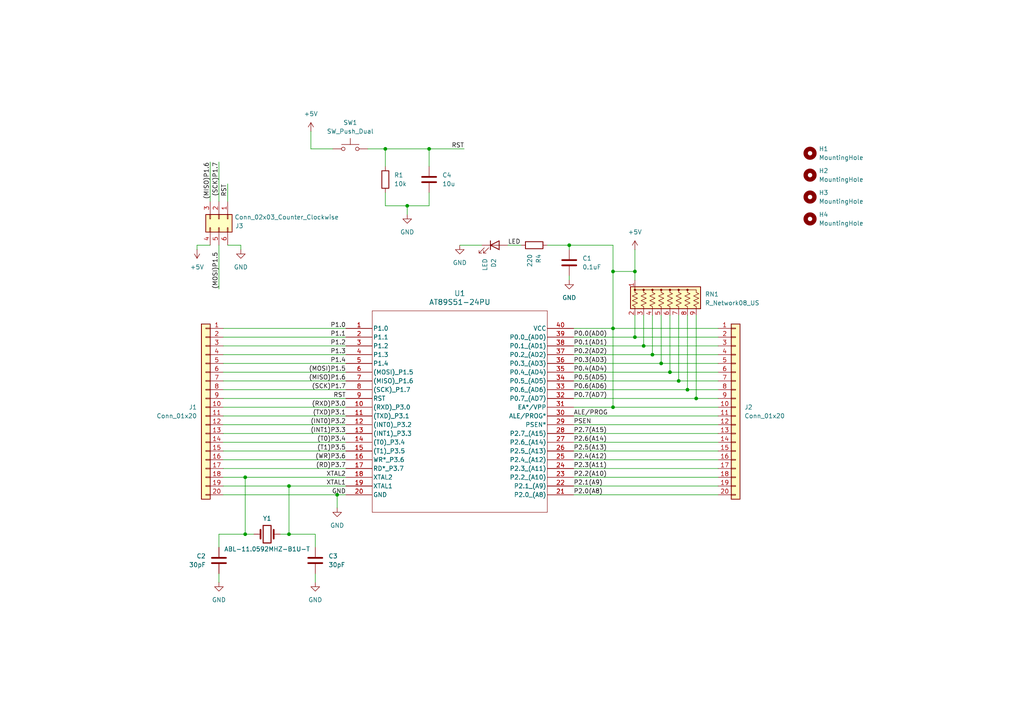
<source format=kicad_sch>
(kicad_sch (version 20250114) (generator "eeschema") (generator_version "9.0")
  (paper "A4")
  (title_block (title "AT89S51 Breakout Board"))
  (lib_symbols
    (symbol "AT89S51_24PU:AT89S51-24PU" (pin_names (offset 0.254))
      (property "Reference" "U" (at 33.02 10.16 0))
      (property "Value" "AT89S51-24PU" (at 33.02 7.62 0))
      (symbol "AT89S51-24PU_0_1"
        (polyline (pts (xy 7.62 5.08) (xy 7.62 -53.34)) (stroke (width 0.127)))
        (polyline (pts (xy 7.62 -53.34) (xy 58.42 -53.34)) (stroke (width 0.127)))
        (polyline (pts (xy 58.42 5.08) (xy 7.62 5.08)) (stroke (width 0.127)))
        (polyline (pts (xy 58.42 -53.34) (xy 58.42 5.08)) (stroke (width 0.127)))
        (pin bidirectional line (at 0 0 0) (length 7.62) (name "P1.0") (number "1"))
        (pin bidirectional line (at 0 -2.54 0) (length 7.62) (name "P1.1") (number "2"))
        (pin bidirectional line (at 0 -5.08 0) (length 7.62) (name "P1.2") (number "3"))
        (pin bidirectional line (at 0 -7.62 0) (length 7.62) (name "P1.3") (number "4"))
        (pin bidirectional line (at 0 -10.16 0) (length 7.62) (name "P1.4") (number "5"))
        (pin bidirectional line (at 0 -12.7 0) (length 7.62) (name "(MOSI)_P1.5") (number "6"))
        (pin bidirectional line (at 0 -15.24 0) (length 7.62) (name "(MISO)_P1.6") (number "7"))
        (pin bidirectional line (at 0 -17.78 0) (length 7.62) (name "(SCK)_P1.7") (number "8"))
        (pin input line (at 0 -20.32 0) (length 7.62) (name "RST") (number "9"))
        (pin bidirectional line (at 0 -22.86 0) (length 7.62) (name "(RXD)_P3.0") (number "10"))
        (pin bidirectional line (at 0 -25.4 0) (length 7.62) (name "(TXD)_P3.1") (number "11"))
        (pin bidirectional line (at 0 -27.94 0) (length 7.62) (name "(INT0)_P3.2") (number "12"))
        (pin bidirectional line (at 0 -30.48 0) (length 7.62) (name "(INT1)_P3.3") (number "13"))
        (pin bidirectional line (at 0 -33.02 0) (length 7.62) (name "(T0)_P3.4") (number "14"))
        (pin bidirectional line (at 0 -35.56 0) (length 7.62) (name "(T1)_P3.5") (number "15"))
        (pin bidirectional line (at 0 -38.1 0) (length 7.62) (name "WR*_P3.6") (number "16"))
        (pin bidirectional line (at 0 -40.64 0) (length 7.62) (name "RD*_P3.7") (number "17"))
        (pin output line (at 0 -43.18 0) (length 7.62) (name "XTAL2") (number "18"))
        (pin input line (at 0 -45.72 0) (length 7.62) (name "XTAL1") (number "19"))
        (pin power_in line (at 0 -48.26 0) (length 7.62) (name "GND") (number "20"))
        (pin power_in line (at 66.04 0 180) (length 7.62) (name "VCC") (number "40"))
        (pin bidirectional line (at 66.04 -2.54 180) (length 7.62) (name "P0.0_(AD0)") (number "39"))
        (pin bidirectional line (at 66.04 -5.08 180) (length 7.62) (name "P0.1_(AD1)") (number "38"))
        (pin bidirectional line (at 66.04 -7.62 180) (length 7.62) (name "P0.2_(AD2)") (number "37"))
        (pin bidirectional line (at 66.04 -10.16 180) (length 7.62) (name "P0.3_(AD3)") (number "36"))
        (pin bidirectional line (at 66.04 -12.7 180) (length 7.62) (name "P0.4_(AD4)") (number "35"))
        (pin bidirectional line (at 66.04 -15.24 180) (length 7.62) (name "P0.5_(AD5)") (number "34"))
        (pin bidirectional line (at 66.04 -17.78 180) (length 7.62) (name "P0.6_(AD6)") (number "33"))
        (pin bidirectional line (at 66.04 -20.32 180) (length 7.62) (name "P0.7_(AD7)") (number "32"))
        (pin power_in line (at 66.04 -22.86 180) (length 7.62) (name "EA*/VPP") (number "31"))
        (pin output line (at 66.04 -25.4 180) (length 7.62) (name "ALE/PROG*") (number "30"))
        (pin output line (at 66.04 -27.94 180) (length 7.62) (name "PSEN*") (number "29"))
        (pin bidirectional line (at 66.04 -30.48 180) (length 7.62) (name "P2.7_(A15)") (number "28"))
        (pin bidirectional line (at 66.04 -33.02 180) (length 7.62) (name "P2.6_(A14)") (number "27"))
        (pin bidirectional line (at 66.04 -35.56 180) (length 7.62) (name "P2.5_(A13)") (number "26"))
        (pin bidirectional line (at 66.04 -38.1 180) (length 7.62) (name "P2.4_(A12)") (number "25"))
        (pin bidirectional line (at 66.04 -40.64 180) (length 7.62) (name "P2.3_(A11)") (number "24"))
        (pin bidirectional line (at 66.04 -43.18 180) (length 7.62) (name "P2.2_(A10)") (number "23"))
        (pin bidirectional line (at 66.04 -45.72 180) (length 7.62) (name "P2.1_(A9)") (number "22"))
        (pin bidirectional line (at 66.04 -48.26 180) (length 7.62) (name "P2.0_(A8)") (number "21"))
      )
    )
    (symbol "Connector_Generic:Conn_01x20" (pin_names (offset 1.016) (hide yes))
      (property "Reference" "J" (at 0 25.4 0))
      (property "Value" "Conn_01x20" (at 0 -27.94 0))
      (symbol "Conn_01x20_1_1"
        (rectangle (start -1.27 24.13) (end 1.27 -26.67) (stroke (width 0.254)) (fill (type background)))
        (rectangle (start -1.27 22.987) (end 0 22.733) (stroke (width 0.1524)))
        (rectangle (start -1.27 20.447) (end 0 20.193) (stroke (width 0.1524)))
        (rectangle (start -1.27 17.907) (end 0 17.653) (stroke (width 0.1524)))
        (rectangle (start -1.27 15.367) (end 0 15.113) (stroke (width 0.1524)))
        (rectangle (start -1.27 12.827) (end 0 12.573) (stroke (width 0.1524)))
        (rectangle (start -1.27 10.287) (end 0 10.033) (stroke (width 0.1524)))
        (rectangle (start -1.27 7.747) (end 0 7.493) (stroke (width 0.1524)))
        (rectangle (start -1.27 5.207) (end 0 4.953) (stroke (width 0.1524)))
        (rectangle (start -1.27 2.667) (end 0 2.413) (stroke (width 0.1524)))
        (rectangle (start -1.27 0.127) (end 0 -0.127) (stroke (width 0.1524)))
        (rectangle (start -1.27 -2.413) (end 0 -2.667) (stroke (width 0.1524)))
        (rectangle (start -1.27 -4.953) (end 0 -5.207) (stroke (width 0.1524)))
        (rectangle (start -1.27 -7.493) (end 0 -7.747) (stroke (width 0.1524)))
        (rectangle (start -1.27 -10.033) (end 0 -10.287) (stroke (width 0.1524)))
        (rectangle (start -1.27 -12.573) (end 0 -12.827) (stroke (width 0.1524)))
        (rectangle (start -1.27 -15.113) (end 0 -15.367) (stroke (width 0.1524)))
        (rectangle (start -1.27 -17.653) (end 0 -17.907) (stroke (width 0.1524)))
        (rectangle (start -1.27 -20.193) (end 0 -20.447) (stroke (width 0.1524)))
        (rectangle (start -1.27 -22.733) (end 0 -22.987) (stroke (width 0.1524)))
        (rectangle (start -1.27 -25.273) (end 0 -25.527) (stroke (width 0.1524)))
        (pin passive line (at -5.08 22.86 0) (length 3.81) (name "Pin_1") (number "1"))
        (pin passive line (at -5.08 20.32 0) (length 3.81) (name "Pin_2") (number "2"))
        (pin passive line (at -5.08 17.78 0) (length 3.81) (name "Pin_3") (number "3"))
        (pin passive line (at -5.08 15.24 0) (length 3.81) (name "Pin_4") (number "4"))
        (pin passive line (at -5.08 12.7 0) (length 3.81) (name "Pin_5") (number "5"))
        (pin passive line (at -5.08 10.16 0) (length 3.81) (name "Pin_6") (number "6"))
        (pin passive line (at -5.08 7.62 0) (length 3.81) (name "Pin_7") (number "7"))
        (pin passive line (at -5.08 5.08 0) (length 3.81) (name "Pin_8") (number "8"))
        (pin passive line (at -5.08 2.54 0) (length 3.81) (name "Pin_9") (number "9"))
        (pin passive line (at -5.08 0 0) (length 3.81) (name "Pin_10") (number "10"))
        (pin passive line (at -5.08 -2.54 0) (length 3.81) (name "Pin_11") (number "11"))
        (pin passive line (at -5.08 -5.08 0) (length 3.81) (name "Pin_12") (number "12"))
        (pin passive line (at -5.08 -7.62 0) (length 3.81) (name "Pin_13") (number "13"))
        (pin passive line (at -5.08 -10.16 0) (length 3.81) (name "Pin_14") (number "14"))
        (pin passive line (at -5.08 -12.7 0) (length 3.81) (name "Pin_15") (number "15"))
        (pin passive line (at -5.08 -15.24 0) (length 3.81) (name "Pin_16") (number "16"))
        (pin passive line (at -5.08 -17.78 0) (length 3.81) (name "Pin_17") (number "17"))
        (pin passive line (at -5.08 -20.32 0) (length 3.81) (name "Pin_18") (number "18"))
        (pin passive line (at -5.08 -22.86 0) (length 3.81) (name "Pin_19") (number "19"))
        (pin passive line (at -5.08 -25.4 0) (length 3.81) (name "Pin_20") (number "20"))
      )
    )
    (symbol "Connector_Generic:Conn_02x03_Counter_Clockwise" (pin_names (offset 1.016) (hide yes))
      (property "Reference" "J" (at 1.27 5.08 0))
      (property "Value" "Conn_02x03_Counter_Clockwise" (at 1.27 -5.08 0))
      (symbol "Conn_02x03_Counter_Clockwise_1_1"
        (rectangle (start -1.27 3.81) (end 3.81 -3.81) (stroke (width 0.254)) (fill (type background)))
        (rectangle (start -1.27 2.667) (end 0 2.413) (stroke (width 0.1524)))
        (rectangle (start -1.27 0.127) (end 0 -0.127) (stroke (width 0.1524)))
        (rectangle (start -1.27 -2.413) (end 0 -2.667) (stroke (width 0.1524)))
        (rectangle (start 3.81 2.667) (end 2.54 2.413) (stroke (width 0.1524)))
        (rectangle (start 3.81 0.127) (end 2.54 -0.127) (stroke (width 0.1524)))
        (rectangle (start 3.81 -2.413) (end 2.54 -2.667) (stroke (width 0.1524)))
        (pin passive line (at -5.08 2.54 0) (length 3.81) (name "Pin_1") (number "1"))
        (pin passive line (at -5.08 0 0) (length 3.81) (name "Pin_2") (number "2"))
        (pin passive line (at -5.08 -2.54 0) (length 3.81) (name "Pin_3") (number "3"))
        (pin passive line (at 7.62 2.54 180) (length 3.81) (name "Pin_6") (number "6"))
        (pin passive line (at 7.62 0 180) (length 3.81) (name "Pin_5") (number "5"))
        (pin passive line (at 7.62 -2.54 180) (length 3.81) (name "Pin_4") (number "4"))
      )
    )
    (symbol "Device:C" (pin_numbers (hide yes)) (pin_names (offset 0.254))
      (property "Reference" "C" (at 0.635 2.54 0))
      (property "Value" "C" (at 0.635 -2.54 0))
      (symbol "C_0_1"
        (polyline (pts (xy -2.032 0.762) (xy 2.032 0.762)) (stroke (width 0.508)))
        (polyline (pts (xy -2.032 -0.762) (xy 2.032 -0.762)) (stroke (width 0.508)))
      )
      (symbol "C_1_1"
        (pin passive line (at 0 3.81 270) (length 2.794) (name "~") (number "1"))
        (pin passive line (at 0 -3.81 90) (length 2.794) (name "~") (number "2"))
      )
    )
    (symbol "Device:Crystal" (pin_numbers (hide yes)) (pin_names (offset 1.016) (hide yes))
      (property "Reference" "Y" (at 0 3.81 0))
      (property "Value" "Crystal" (at 0 -3.81 0))
      (symbol "Crystal_0_1"
        (polyline (pts (xy -2.54 0) (xy -1.905 0)))
        (polyline (pts (xy -1.905 -1.27) (xy -1.905 1.27)) (stroke (width 0.508)))
        (rectangle (start -1.143 2.54) (end 1.143 -2.54) (stroke (width 0.3048)))
        (polyline (pts (xy 1.905 -1.27) (xy 1.905 1.27)) (stroke (width 0.508)))
        (polyline (pts (xy 2.54 0) (xy 1.905 0)))
      )
      (symbol "Crystal_1_1"
        (pin passive line (at -3.81 0 0) (length 1.27) (name "1") (number "1"))
        (pin passive line (at 3.81 0 180) (length 1.27) (name "2") (number "2"))
      )
    )
    (symbol "Device:LED" (pin_numbers (hide yes)) (pin_names (offset 1.016) (hide yes))
      (property "Reference" "D" (at 0 2.54 0))
      (property "Value" "LED" (at 0 -2.54 0))
      (symbol "LED_0_1"
        (polyline (pts (xy -3.048 -0.762) (xy -4.572 -2.286) (xy -3.81 -2.286) (xy -4.572 -2.286) (xy -4.572 -1.524)))
        (polyline (pts (xy -1.778 -0.762) (xy -3.302 -2.286) (xy -2.54 -2.286) (xy -3.302 -2.286) (xy -3.302 -1.524)))
        (polyline (pts (xy -1.27 0) (xy 1.27 0)))
        (polyline (pts (xy -1.27 -1.27) (xy -1.27 1.27)) (stroke (width 0.254)))
        (polyline (pts (xy 1.27 -1.27) (xy 1.27 1.27) (xy -1.27 0) (xy 1.27 -1.27)) (stroke (width 0.254)))
      )
      (symbol "LED_1_1"
        (pin passive line (at -3.81 0 0) (length 2.54) (name "K") (number "1"))
        (pin passive line (at 3.81 0 180) (length 2.54) (name "A") (number "2"))
      )
    )
    (symbol "Device:R" (pin_numbers (hide yes)) (pin_names (offset 0))
      (property "Reference" "R" (at 2.032 0 90))
      (property "Value" "R" (at 0 0 90))
      (symbol "R_0_1"
        (rectangle (start -1.016 -2.54) (end 1.016 2.54) (stroke (width 0.254)))
      )
      (symbol "R_1_1"
        (pin passive line (at 0 3.81 270) (length 1.27) (name "~") (number "1"))
        (pin passive line (at 0 -3.81 90) (length 1.27) (name "~") (number "2"))
      )
    )
    (symbol "Device:R_Network08_US" (pin_names (offset 0) (hide yes))
      (property "Reference" "RN" (at -12.7 0 90))
      (property "Value" "R_Network08_US" (at 10.16 0 90))
      (symbol "R_Network08_US_0_1"
        (rectangle (start -11.43 -3.175) (end 8.89 3.175) (stroke (width 0.254)) (fill (type background)))
        (circle (center -10.16 2.286) (radius 0.254) (fill (type outline)))
        (polyline (pts (xy -10.16 2.286) (xy 7.62 2.286)))
        (polyline (pts (xy -10.16 2.286) (xy -10.16 1.524) (xy -9.398 1.1684) (xy -10.922 0.508) (xy -9.398 -0.1524) (xy -10.922 -0.8382) (xy -9.398 -1.524) (xy -10.922 -2.1844) (xy -10.16 -2.54) (xy -10.16 -3.81)))
        (circle (center -7.62 2.286) (radius 0.254) (fill (type outline)))
        (polyline (pts (xy -7.62 2.286) (xy -7.62 1.524) (xy -6.858 1.1684) (xy -8.382 0.508) (xy -6.858 -0.1524) (xy -8.382 -0.8382) (xy -6.858 -1.524) (xy -8.382 -2.1844) (xy -7.62 -2.54) (xy -7.62 -3.81)))
        (circle (center -5.08 2.286) (radius 0.254) (fill (type outline)))
        (polyline (pts (xy -5.08 2.286) (xy -5.08 1.524) (xy -4.318 1.1684) (xy -5.842 0.508) (xy -4.318 -0.1524) (xy -5.842 -0.8382) (xy -4.318 -1.524) (xy -5.842 -2.1844) (xy -5.08 -2.54) (xy -5.08 -3.81)))
        (circle (center -2.54 2.286) (radius 0.254) (fill (type outline)))
        (polyline (pts (xy -2.54 2.286) (xy -2.54 1.524) (xy -1.778 1.1684) (xy -3.302 0.508) (xy -1.778 -0.1524) (xy -3.302 -0.8382) (xy -1.778 -1.524) (xy -3.302 -2.1844) (xy -2.54 -2.54) (xy -2.54 -3.81)))
        (circle (center 0 2.286) (radius 0.254) (fill (type outline)))
        (polyline (pts (xy 0 2.286) (xy 0 1.524) (xy 0.762 1.1684) (xy -0.762 0.508) (xy 0.762 -0.1524) (xy -0.762 -0.8382) (xy 0.762 -1.524) (xy -0.762 -2.1844) (xy 0 -2.54) (xy 0 -3.81)))
        (polyline (pts (xy 2.54 2.286) (xy 2.54 1.524) (xy 3.302 1.1684) (xy 1.778 0.508) (xy 3.302 -0.1524) (xy 1.778 -0.8382) (xy 3.302 -1.524) (xy 1.778 -2.1844) (xy 2.54 -2.54) (xy 2.54 -3.81)))
        (circle (center 2.54 2.286) (radius 0.254) (fill (type outline)))
        (polyline (pts (xy 5.08 2.286) (xy 5.08 1.524) (xy 5.842 1.1684) (xy 4.318 0.508) (xy 5.842 -0.1524) (xy 4.318 -0.8382) (xy 5.842 -1.524) (xy 4.318 -2.1844) (xy 5.08 -2.54) (xy 5.08 -3.81)))
        (circle (center 5.08 2.286) (radius 0.254) (fill (type outline)))
        (polyline (pts (xy 7.62 2.286) (xy 7.62 1.524) (xy 8.382 1.1684) (xy 6.858 0.508) (xy 8.382 -0.1524) (xy 6.858 -0.8382) (xy 8.382 -1.524) (xy 6.858 -2.1844) (xy 7.62 -2.54) (xy 7.62 -3.81)))
      )
      (symbol "R_Network08_US_1_1"
        (pin passive line (at -10.16 5.08 270) (length 2.54) (name "common") (number "1"))
        (pin passive line (at -10.16 -5.08 90) (length 1.27) (name "R1") (number "2"))
        (pin passive line (at -7.62 -5.08 90) (length 1.27) (name "R2") (number "3"))
        (pin passive line (at -5.08 -5.08 90) (length 1.27) (name "R3") (number "4"))
        (pin passive line (at -2.54 -5.08 90) (length 1.27) (name "R4") (number "5"))
        (pin passive line (at 0 -5.08 90) (length 1.27) (name "R5") (number "6"))
        (pin passive line (at 2.54 -5.08 90) (length 1.27) (name "R6") (number "7"))
        (pin passive line (at 5.08 -5.08 90) (length 1.27) (name "R7") (number "8"))
        (pin passive line (at 7.62 -5.08 90) (length 1.27) (name "R8") (number "9"))
      )
    )
    (symbol "Mechanical:MountingHole" (pin_names (offset 1.016)) (in_bom no)
      (property "Reference" "H" (at 0 5.08 0))
      (property "Value" "MountingHole" (at 0 3.175 0))
      (symbol "MountingHole_0_1"
        (circle (center 0 0) (radius 1.27) (stroke (width 1.27)))
      )
    )
    (symbol "Switch:SW_Push" (pin_numbers (hide yes)) (pin_names (offset 1.016) (hide yes))
      (property "Reference" "SW" (at 1.27 2.54 0))
      (property "Value" "SW_Push" (at 0 -1.524 0))
      (symbol "SW_Push_0_1"
        (circle (center -2.032 0) (radius 0.508))
        (polyline (pts (xy 0 1.27) (xy 0 3.048)))
        (circle (center 2.032 0) (radius 0.508))
        (polyline (pts (xy 2.54 1.27) (xy -2.54 1.27)))
        (pin passive line (at -5.08 0 0) (length 2.54) (name "1") (number "1"))
        (pin passive line (at 5.08 0 180) (length 2.54) (name "2") (number "2"))
      )
    )
    (symbol "power:+5V" (power) (pin_numbers (hide yes)) (pin_names (offset 0) (hide yes))
      (property "Value" "+5V" (at 0 3.556 0))
      (symbol "+5V_0_1"
        (polyline (pts (xy -0.762 1.27) (xy 0 2.54)))
        (polyline (pts (xy 0 2.54) (xy 0.762 1.27)))
        (polyline (pts (xy 0 0) (xy 0 2.54)))
      )
      (symbol "+5V_1_1"
        (pin power_in line (at 0 0 90) (length 0) (name "~") (number "1"))
      )
    )
    (symbol "power:GND" (power) (pin_numbers (hide yes)) (pin_names (offset 0) (hide yes))
      (property "Value" "GND" (at 0 -3.81 0))
      (symbol "GND_0_1"
        (polyline (pts (xy 0 0) (xy 0 -1.27) (xy 1.27 -1.27) (xy 0 -2.54) (xy -1.27 -1.27) (xy 0 -1.27)))
      )
      (symbol "GND_1_1"
        (pin power_in line (at 0 0 270) (length 0) (name "~") (number "1"))
      )
    )
  )
  (junction (at 194.31 107.95))
  (junction (at 124.46 43.18))
  (junction (at 177.8 118.11))
  (junction (at 111.76 43.18))
  (junction (at 177.8 78.74))
  (junction (at 165.1 71.12))
  (junction (at 184.15 78.74))
  (junction (at 118.11 59.69))
  (junction (at 184.15 97.79))
  (junction (at 97.79 143.51))
  (junction (at 177.8 95.25))
  (junction (at 83.82 154.94))
  (junction (at 201.93 115.57))
  (junction (at 196.85 110.49))
  (junction (at 191.77 105.41))
  (junction (at 186.69 100.33))
  (junction (at 199.39 113.03))
  (junction (at 71.12 154.94))
  (junction (at 83.82 140.97))
  (junction (at 189.23 102.87))
  (junction (at 71.12 138.43))
  (wire (pts (xy 177.8 71.12) (xy 165.1 71.12)))
  (wire (pts (xy 64.77 102.87) (xy 100.33 102.87)))
  (wire (pts (xy 208.28 102.87) (xy 189.23 102.87)))
  (wire (pts (xy 208.28 97.79) (xy 184.15 97.79)))
  (wire (pts (xy 166.37 113.03) (xy 199.39 113.03)))
  (wire (pts (xy 91.44 154.94) (xy 91.44 158.75)))
  (wire (pts (xy 177.8 71.12) (xy 177.8 78.74)))
  (wire (pts (xy 166.37 110.49) (xy 196.85 110.49)))
  (wire (pts (xy 64.77 100.33) (xy 100.33 100.33)))
  (wire (pts (xy 111.76 43.18) (xy 106.68 43.18)))
  (wire (pts (xy 208.28 130.81) (xy 166.37 130.81)))
  (wire (pts (xy 64.77 123.19) (xy 100.33 123.19)))
  (wire (pts (xy 194.31 91.44) (xy 194.31 107.95)))
  (wire (pts (xy 83.82 154.94) (xy 91.44 154.94)))
  (wire (pts (xy 118.11 59.69) (xy 118.11 62.23)))
  (wire (pts (xy 71.12 138.43) (xy 100.33 138.43)))
  (wire (pts (xy 60.96 71.12) (xy 57.15 71.12)))
  (wire (pts (xy 177.8 78.74) (xy 184.15 78.74)))
  (wire (pts (xy 63.5 154.94) (xy 63.5 158.75)))
  (wire (pts (xy 63.5 154.94) (xy 71.12 154.94)))
  (wire (pts (xy 208.28 123.19) (xy 166.37 123.19)))
  (wire (pts (xy 166.37 105.41) (xy 191.77 105.41)))
  (wire (pts (xy 64.77 138.43) (xy 71.12 138.43)))
  (wire (pts (xy 90.17 38.1) (xy 90.17 43.18)))
  (wire (pts (xy 166.37 97.79) (xy 184.15 97.79)))
  (wire (pts (xy 64.77 135.89) (xy 100.33 135.89)))
  (wire (pts (xy 66.04 71.12) (xy 69.85 71.12)))
  (wire (pts (xy 118.11 59.69) (xy 111.76 59.69)))
  (wire (pts (xy 184.15 78.74) (xy 184.15 81.28)))
  (wire (pts (xy 177.8 95.25) (xy 177.8 118.11)))
  (wire (pts (xy 166.37 95.25) (xy 177.8 95.25)))
  (wire (pts (xy 184.15 72.39) (xy 184.15 78.74)))
  (wire (pts (xy 208.28 113.03) (xy 199.39 113.03)))
  (wire (pts (xy 64.77 110.49) (xy 100.33 110.49)))
  (wire (pts (xy 73.66 154.94) (xy 71.12 154.94)))
  (wire (pts (xy 177.8 78.74) (xy 177.8 95.25)))
  (wire (pts (xy 124.46 43.18) (xy 111.76 43.18)))
  (wire (pts (xy 81.28 154.94) (xy 83.82 154.94)))
  (wire (pts (xy 208.28 95.25) (xy 177.8 95.25)))
  (wire (pts (xy 184.15 91.44) (xy 184.15 97.79)))
  (wire (pts (xy 64.77 115.57) (xy 100.33 115.57)))
  (wire (pts (xy 91.44 166.37) (xy 91.44 168.91)))
  (wire (pts (xy 60.96 46.99) (xy 60.96 58.42)))
  (wire (pts (xy 208.28 107.95) (xy 194.31 107.95)))
  (wire (pts (xy 165.1 71.12) (xy 165.1 72.39)))
  (wire (pts (xy 63.5 46.99) (xy 63.5 58.42)))
  (wire (pts (xy 64.77 143.51) (xy 97.79 143.51)))
  (wire (pts (xy 111.76 59.69) (xy 111.76 55.88)))
  (wire (pts (xy 166.37 102.87) (xy 189.23 102.87)))
  (wire (pts (xy 208.28 110.49) (xy 196.85 110.49)))
  (wire (pts (xy 166.37 115.57) (xy 201.93 115.57)))
  (wire (pts (xy 69.85 71.12) (xy 69.85 72.39)))
  (wire (pts (xy 57.15 71.12) (xy 57.15 72.39)))
  (wire (pts (xy 66.04 53.34) (xy 66.04 58.42)))
  (wire (pts (xy 208.28 128.27) (xy 166.37 128.27)))
  (wire (pts (xy 139.7 71.12) (xy 133.35 71.12)))
  (wire (pts (xy 208.28 100.33) (xy 186.69 100.33)))
  (wire (pts (xy 64.77 95.25) (xy 100.33 95.25)))
  (wire (pts (xy 166.37 107.95) (xy 194.31 107.95)))
  (wire (pts (xy 166.37 100.33) (xy 186.69 100.33)))
  (wire (pts (xy 208.28 115.57) (xy 201.93 115.57)))
  (wire (pts (xy 118.11 59.69) (xy 124.46 59.69)))
  (wire (pts (xy 199.39 91.44) (xy 199.39 113.03)))
  (wire (pts (xy 97.79 147.32) (xy 97.79 143.51)))
  (wire (pts (xy 166.37 118.11) (xy 177.8 118.11)))
  (wire (pts (xy 151.13 71.12) (xy 147.32 71.12)))
  (wire (pts (xy 201.93 91.44) (xy 201.93 115.57)))
  (wire (pts (xy 64.77 113.03) (xy 100.33 113.03)))
  (wire (pts (xy 83.82 140.97) (xy 83.82 154.94)))
  (wire (pts (xy 208.28 105.41) (xy 191.77 105.41)))
  (wire (pts (xy 124.46 43.18) (xy 124.46 48.26)))
  (wire (pts (xy 208.28 135.89) (xy 166.37 135.89)))
  (wire (pts (xy 196.85 91.44) (xy 196.85 110.49)))
  (wire (pts (xy 64.77 140.97) (xy 83.82 140.97)))
  (wire (pts (xy 64.77 118.11) (xy 100.33 118.11)))
  (wire (pts (xy 208.28 125.73) (xy 166.37 125.73)))
  (wire (pts (xy 191.77 91.44) (xy 191.77 105.41)))
  (wire (pts (xy 208.28 143.51) (xy 166.37 143.51)))
  (wire (pts (xy 111.76 43.18) (xy 111.76 48.26)))
  (wire (pts (xy 208.28 120.65) (xy 166.37 120.65)))
  (wire (pts (xy 83.82 140.97) (xy 100.33 140.97)))
  (wire (pts (xy 124.46 59.69) (xy 124.46 55.88)))
  (wire (pts (xy 64.77 107.95) (xy 100.33 107.95)))
  (wire (pts (xy 64.77 120.65) (xy 100.33 120.65)))
  (wire (pts (xy 189.23 91.44) (xy 189.23 102.87)))
  (wire (pts (xy 64.77 125.73) (xy 100.33 125.73)))
  (wire (pts (xy 97.79 143.51) (xy 100.33 143.51)))
  (wire (pts (xy 208.28 140.97) (xy 166.37 140.97)))
  (wire (pts (xy 186.69 91.44) (xy 186.69 100.33)))
  (wire (pts (xy 63.5 71.12) (xy 63.5 83.82)))
  (wire (pts (xy 134.62 43.18) (xy 124.46 43.18)))
  (wire (pts (xy 90.17 43.18) (xy 96.52 43.18)))
  (wire (pts (xy 64.77 105.41) (xy 100.33 105.41)))
  (wire (pts (xy 64.77 128.27) (xy 100.33 128.27)))
  (wire (pts (xy 208.28 138.43) (xy 166.37 138.43)))
  (wire (pts (xy 71.12 138.43) (xy 71.12 154.94)))
  (wire (pts (xy 64.77 97.79) (xy 100.33 97.79)))
  (wire (pts (xy 64.77 130.81) (xy 100.33 130.81)))
  (wire (pts (xy 208.28 133.35) (xy 166.37 133.35)))
  (wire (pts (xy 64.77 133.35) (xy 100.33 133.35)))
  (wire (pts (xy 165.1 80.01) (xy 165.1 81.28)))
  (wire (pts (xy 208.28 118.11) (xy 177.8 118.11)))
  (wire (pts (xy 63.5 166.37) (xy 63.5 168.91)))
  (wire (pts (xy 158.75 71.12) (xy 165.1 71.12)))
  (label "P1.0" (at 100.33 95.25 180))
  (label "P1.3" (at 100.33 102.87 180))
  (label "P2.7(A15)" (at 166.37 125.73 0))
  (label "(MISO)P1.6" (at 100.33 110.49 180))
  (label "P0.3(AD3)" (at 166.37 105.41 0))
  (label "RST" (at 66.04 53.34 270))
  (label "P2.0(A8)" (at 166.37 143.51 0))
  (label "P2.4(A12)" (at 166.37 133.35 0))
  (label "P2.2(A10)" (at 166.37 138.43 0))
  (label "P2.5(A13)" (at 166.37 130.81 0))
  (label "P2.1(A9)" (at 166.37 140.97 0))
  (label "P0.0(AD0)" (at 166.37 97.79 0))
  (label "P0.7(AD7)" (at 166.37 115.57 0))
  (label "RST" (at 134.62 43.18 180))
  (label "(INT0)P3.2" (at 100.33 123.19 180))
  (label "(RD)P3.7" (at 100.33 135.89 180))
  (label "P1.2" (at 100.33 100.33 180))
  (label "(T0)P3.4" (at 100.33 128.27 180))
  (label "ALE{slash}PROG" (at 166.37 120.65 0))
  (label "P0.2(AD2)" (at 166.37 102.87 0))
  (label "(INT1)P3.3" (at 100.33 125.73 180))
  (label "P1.4" (at 100.33 105.41 180))
  (label "(MOSI)P1.5" (at 63.5 83.82 90))
  (label "(SCK)P1.7" (at 100.33 113.03 180))
  (label "XTAL2" (at 100.33 138.43 180))
  (label "P0.4(AD4)" (at 166.37 107.95 0))
  (label "(MOSI)P1.5" (at 100.33 107.95 180))
  (label "GND" (at 100.33 143.51 180))
  (label "LED" (at 147.32 71.12 0))
  (label "P0.6(AD6)" (at 166.37 113.03 0))
  (label "(WR)P3.6" (at 100.33 133.35 180))
  (label "XTAL1" (at 100.33 140.97 180))
  (label "P2.6(A14)" (at 166.37 128.27 0))
  (label "P1.1" (at 100.33 97.79 180))
  (label "P0.5(AD5)" (at 166.37 110.49 0))
  (label "(TXD)P3.1" (at 100.33 120.65 180))
  (label "RST" (at 100.33 115.57 180))
  (label "(RXD)P3.0" (at 100.33 118.11 180))
  (label "(SCK)P1.7" (at 63.5 46.99 270))
  (label "P0.1(AD1)" (at 166.37 100.33 0))
  (label "PSEN" (at 166.37 123.19 0))
  (label "(T1)P3.5" (at 100.33 130.81 180))
  (label "P2.3(A11)" (at 166.37 135.89 0))
  (label "(MISO)P1.6" (at 60.96 46.99 270))
  (symbol (lib_id "Device:C") (at 124.46 52.07 0) (unit 1)
    (property "Reference" "C4" (at 128.27 50.7999 0) (effects (justify left)))
    (property "Value" "10u" (at 128.27 53.3399 0) (effects (justify left)))
    (property "Footprint" "Capacitor_SMD:C_0805_2012Metric_Pad1.18x1.45mm_HandSolder" (effects (hide yes)))
    (property "Description" "Unpolarized capacitor" (effects (hide yes)))
  )
  (symbol (lib_id "power:+5V") (at 90.17 38.1 0) (unit 1)
    (property "Reference" "#PWR08" (effects (hide yes)))
    (property "Value" "+5V" (at 90.17 33.02 0))
    (property "Description" "Power symbol creates a global label with name \"+5V\"" (effects (hide yes)))
  )
  (symbol (lib_id "Device:R_Network08_US") (at 194.31 86.36 0) (unit 1)
    (property "Reference" "RN1" (at 204.47 85.3439 0) (effects (justify left)))
    (property "Value" "R_Network08_US" (at 204.47 87.8839 0) (effects (justify left)))
    (property "Footprint" "Resistor_THT:R_Array_SIP9" (effects (hide yes)))
    (property "Datasheet" "http://www.vishay.com/docs/31509/csc.pdf" (effects (hide yes)))
    (property "Description" "8 resistor network, star topology, bussed resistors, small US symbol" (effects (hide yes)))
  )
  (symbol (lib_id "power:GND") (at 97.79 147.32 0) (unit 1)
    (property "Reference" "#PWR02" (effects (hide yes)))
    (property "Value" "GND" (at 97.79 152.4 0))
    (property "Description" "Power symbol creates a global label with name \"GND\" , ground" (effects (hide yes)))
  )
  (symbol (lib_id "Mechanical:MountingHole") (at 234.95 50.8 0) (unit 1) (in_bom no)
    (property "Reference" "H2" (at 237.49 49.5299 0) (effects (justify left)))
    (property "Value" "MountingHole" (at 237.49 52.0699 0) (effects (justify left)))
    (property "Footprint" "MountingHole:MountingHole_2.2mm_M2_DIN965" (effects (hide yes)))
    (property "Description" "Mounting Hole without connection" (effects (hide yes)))
  )
  (symbol (lib_id "Mechanical:MountingHole") (at 234.95 63.5 0) (unit 1) (in_bom no)
    (property "Reference" "H4" (at 237.49 62.2299 0) (effects (justify left)))
    (property "Value" "MountingHole" (at 237.49 64.7699 0) (effects (justify left)))
    (property "Footprint" "MountingHole:MountingHole_2.2mm_M2_DIN965" (effects (hide yes)))
    (property "Description" "Mounting Hole without connection" (effects (hide yes)))
  )
  (symbol (lib_id "Connector_Generic:Conn_02x03_Counter_Clockwise") (at 63.5 63.5 270) (unit 1)
    (property "Reference" "J3" (at 70.612 65.532 90) (effects (justify right)))
    (property "Value" "Conn_02x03_Counter_Clockwise" (at 98.298 62.992 90) (effects (justify right)))
    (property "Footprint" "Connector_PinHeader_2.54mm:PinHeader_2x03_P2.54mm_Vertical" (effects (hide yes)))
    (property "Description" "Generic connector, double row, 02x03, counter clockwise pin numbering scheme (similar to DIP package numbering), script generated (kicad-library-utils/schlib/autogen/connector/)" (effects (hide yes)))
  )
  (symbol (lib_id "power:+5V") (at 184.15 72.39 0) (unit 1)
    (property "Reference" "#PWR013" (effects (hide yes)))
    (property "Value" "+5V" (at 184.15 67.31 0))
    (property "Description" "Power symbol creates a global label with name \"+5V\"" (effects (hide yes)))
  )
  (symbol (lib_id "Device:C") (at 91.44 162.56 0) (unit 1)
    (property "Reference" "C3" (at 95.25 161.2899 0) (effects (justify left)))
    (property "Value" "30pF" (at 95.25 163.8299 0) (effects (justify left)))
    (property "Footprint" "Capacitor_SMD:C_0805_2012Metric_Pad1.18x1.45mm_HandSolder" (effects (hide yes)))
    (property "Description" "Unpolarized capacitor" (effects (hide yes)))
  )
  (symbol (lib_id "power:GND") (at 63.5 168.91 0) (unit 1)
    (property "Reference" "#PWR04" (effects (hide yes)))
    (property "Value" "GND" (at 63.5 173.99 0))
    (property "Description" "Power symbol creates a global label with name \"GND\" , ground" (effects (hide yes)))
  )
  (symbol (lib_id "Device:R") (at 154.94 71.12 270) (unit 1)
    (property "Reference" "R4" (at 156.2101 73.66 0) (effects (justify left)))
    (property "Value" "220" (at 153.6701 73.66 0) (effects (justify left)))
    (property "Footprint" "Resistor_SMD:R_0805_2012Metric_Pad1.20x1.40mm_HandSolder" (effects (hide yes)))
    (property "Description" "Resistor" (effects (hide yes)))
  )
  (symbol (lib_id "Device:C") (at 63.5 162.56 0) (mirror y) (unit 1)
    (property "Reference" "C2" (at 59.69 161.2899 0) (effects (justify left)))
    (property "Value" "30pF" (at 59.69 163.8299 0) (effects (justify left)))
    (property "Footprint" "Capacitor_SMD:C_0805_2012Metric_Pad1.18x1.45mm_HandSolder" (effects (hide yes)))
    (property "Description" "Unpolarized capacitor" (effects (hide yes)))
  )
  (symbol (lib_id "Mechanical:MountingHole") (at 234.95 57.15 0) (unit 1) (in_bom no)
    (property "Reference" "H3" (at 237.49 55.8799 0) (effects (justify left)))
    (property "Value" "MountingHole" (at 237.49 58.4199 0) (effects (justify left)))
    (property "Footprint" "MountingHole:MountingHole_2.2mm_M2_DIN965" (effects (hide yes)))
    (property "Description" "Mounting Hole without connection" (effects (hide yes)))
  )
  (symbol (lib_id "Device:Crystal") (at 77.47 154.94 0) (unit 1)
    (property "Reference" "Y1" (at 77.47 150.368 0))
    (property "Value" "ABL-11.0592MHZ-B1U-T" (at 77.47 159.258 0))
    (property "Footprint" "Crystal:Crystal_HC49-4H_Vertical" (effects (hide yes)))
    (property "Description" "Two pin crystal" (effects (hide yes)))
  )
  (symbol (lib_id "power:GND") (at 133.35 71.12 0) (unit 1)
    (property "Reference" "#PWR05" (effects (hide yes)))
    (property "Value" "GND" (at 133.35 76.2 0))
    (property "Description" "Power symbol creates a global label with name \"GND\" , ground" (effects (hide yes)))
  )
  (symbol (lib_id "power:GND") (at 69.85 72.39 0) (mirror y) (unit 1)
    (property "Reference" "#PWR06" (effects (hide yes)))
    (property "Value" "GND" (at 69.85 77.47 0))
    (property "Description" "Power symbol creates a global label with name \"GND\" , ground" (effects (hide yes)))
  )
  (symbol (lib_id "Device:C") (at 165.1 76.2 0) (unit 1)
    (property "Reference" "C1" (at 168.91 74.9299 0) (effects (justify left)))
    (property "Value" "0.1uF" (at 168.91 77.4699 0) (effects (justify left)))
    (property "Footprint" "Capacitor_SMD:C_0805_2012Metric_Pad1.18x1.45mm_HandSolder" (effects (hide yes)))
    (property "Description" "Unpolarized capacitor" (effects (hide yes)))
  )
  (symbol (lib_id "power:GND") (at 118.11 62.23 0) (unit 1)
    (property "Reference" "#PWR09" (effects (hide yes)))
    (property "Value" "GND" (at 118.11 67.31 0))
    (property "Description" "Power symbol creates a global label with name \"GND\" , ground" (effects (hide yes)))
  )
  (symbol (lib_id "power:GND") (at 165.1 81.28 0) (unit 1)
    (property "Reference" "#PWR01" (effects (hide yes)))
    (property "Value" "GND" (at 165.1 86.36 0))
    (property "Description" "Power symbol creates a global label with name \"GND\" , ground" (effects (hide yes)))
  )
  (symbol (lib_id "Mechanical:MountingHole") (at 234.95 44.45 0) (unit 1) (in_bom no)
    (property "Reference" "H1" (at 237.49 43.1799 0) (effects (justify left)))
    (property "Value" "MountingHole" (at 237.49 45.7199 0) (effects (justify left)))
    (property "Footprint" "MountingHole:MountingHole_2.2mm_M2_DIN965" (effects (hide yes)))
    (property "Description" "Mounting Hole without connection" (effects (hide yes)))
  )
  (symbol (lib_id "Connector_Generic:Conn_01x20") (at 59.69 118.11 0) (mirror y) (unit 1)
    (property "Reference" "J1" (at 57.15 118.1099 0) (effects (justify left)))
    (property "Value" "Conn_01x20" (at 57.15 120.6499 0) (effects (justify left)))
    (property "Footprint" "Connector_PinHeader_2.54mm:PinHeader_1x20_P2.54mm_Vertical" (effects (hide yes)))
    (property "Description" "Generic connector, single row, 01x20, script generated (kicad-library-utils/schlib/autogen/connector/)" (effects (hide yes)))
  )
  (symbol (lib_id "power:+5V") (at 57.15 72.39 0) (mirror x) (unit 1)
    (property "Reference" "#PWR07" (effects (hide yes)))
    (property "Value" "+5V" (at 57.15 77.47 0))
    (property "Description" "Power symbol creates a global label with name \"+5V\"" (effects (hide yes)))
  )
  (symbol (lib_id "Switch:SW_Push") (at 101.6 43.18 0) (unit 1)
    (property "Reference" "SW1" (at 101.6 35.56 0))
    (property "Value" "SW_Push_Dual" (at 101.6 38.1 0))
    (property "Footprint" "Button_Switch_THT:SW_PUSH_6mm_H7.3mm" (effects (hide yes)))
    (property "Description" "Push button switch, generic, two pins" (effects (hide yes)))
  )
  (symbol (lib_id "Device:LED") (at 143.51 71.12 0) (unit 1)
    (property "Reference" "D2" (at 143.1926 74.93 90) (effects (justify right)))
    (property "Value" "LED" (at 140.6526 74.93 90) (effects (justify right)))
    (property "Footprint" "LED_SMD:LED_0805_2012Metric_Pad1.15x1.40mm_HandSolder" (effects (hide yes)))
    (property "Description" "Light emitting diode" (effects (hide yes)))
    (property "Sim.Pins" "1=K 2=A" (effects (hide yes)))
  )
  (symbol (lib_id "Connector_Generic:Conn_01x20") (at 213.36 118.11 0) (unit 1)
    (property "Reference" "J2" (at 215.9 118.1099 0) (effects (justify left)))
    (property "Value" "Conn_01x20" (at 215.9 120.6499 0) (effects (justify left)))
    (property "Footprint" "Connector_PinHeader_2.54mm:PinHeader_1x20_P2.54mm_Vertical" (effects (hide yes)))
    (property "Description" "Generic connector, single row, 01x20, script generated (kicad-library-utils/schlib/autogen/connector/)" (effects (hide yes)))
  )
  (symbol (lib_id "power:GND") (at 91.44 168.91 0) (unit 1)
    (property "Reference" "#PWR03" (effects (hide yes)))
    (property "Value" "GND" (at 91.44 173.99 0))
    (property "Description" "Power symbol creates a global label with name \"GND\" , ground" (effects (hide yes)))
  )
  (symbol (lib_id "AT89S51_24PU:AT89S51-24PU") (at 100.33 95.25 0) (unit 1)
    (property "Reference" "U1" (at 133.35 85.09 0) (effects (font (size 1.524 1.524))))
    (property "Value" "AT89S51-24PU" (at 133.35 87.63 0) (effects (font (size 1.524 1.524))))
    (property "Footprint" "imports:40P6_ATM" (effects (hide yes)))
    (property "Datasheet" "AT89S51-24PU" (effects (hide yes)))
  )
  (symbol (lib_id "Device:R") (at 111.76 52.07 180) (unit 1)
    (property "Reference" "R1" (at 114.3 50.7999 0) (effects (justify right)))
    (property "Value" "10k" (at 114.3 53.3399 0) (effects (justify right)))
    (property "Footprint" "Resistor_SMD:R_0805_2012Metric_Pad1.20x1.40mm_HandSolder" (effects (hide yes)))
    (property "Description" "Resistor" (effects (hide yes)))
  )
)
</source>
